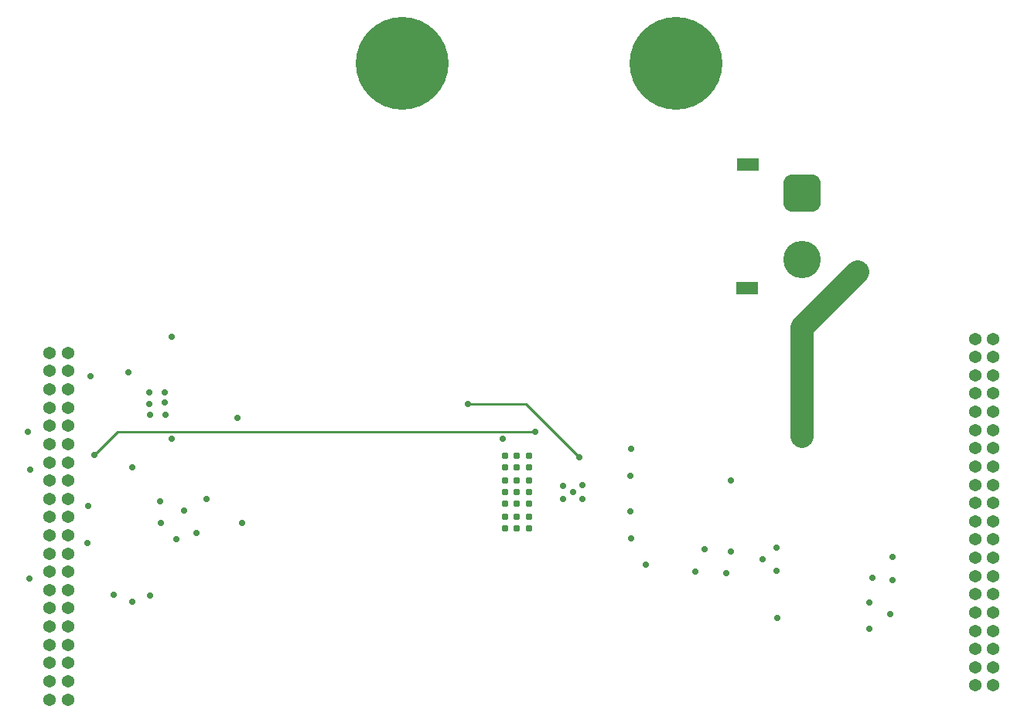
<source format=gbr>
%TF.GenerationSoftware,KiCad,Pcbnew,7.0.7*%
%TF.CreationDate,2024-02-25T13:36:01-08:00*%
%TF.ProjectId,Power-board,506f7765-722d-4626-9f61-72642e6b6963,rev?*%
%TF.SameCoordinates,Original*%
%TF.FileFunction,Copper,L4,Bot*%
%TF.FilePolarity,Positive*%
%FSLAX46Y46*%
G04 Gerber Fmt 4.6, Leading zero omitted, Abs format (unit mm)*
G04 Created by KiCad (PCBNEW 7.0.7) date 2024-02-25 13:36:01*
%MOMM*%
%LPD*%
G01*
G04 APERTURE LIST*
G04 Aperture macros list*
%AMRoundRect*
0 Rectangle with rounded corners*
0 $1 Rounding radius*
0 $2 $3 $4 $5 $6 $7 $8 $9 X,Y pos of 4 corners*
0 Add a 4 corners polygon primitive as box body*
4,1,4,$2,$3,$4,$5,$6,$7,$8,$9,$2,$3,0*
0 Add four circle primitives for the rounded corners*
1,1,$1+$1,$2,$3*
1,1,$1+$1,$4,$5*
1,1,$1+$1,$6,$7*
1,1,$1+$1,$8,$9*
0 Add four rect primitives between the rounded corners*
20,1,$1+$1,$2,$3,$4,$5,0*
20,1,$1+$1,$4,$5,$6,$7,0*
20,1,$1+$1,$6,$7,$8,$9,0*
20,1,$1+$1,$8,$9,$2,$3,0*%
G04 Aperture macros list end*
%TA.AperFunction,ComponentPad*%
%ADD10C,0.780000*%
%TD*%
%TA.AperFunction,ComponentPad*%
%ADD11C,1.371600*%
%TD*%
%TA.AperFunction,ComponentPad*%
%ADD12R,2.340000X1.330000*%
%TD*%
%TA.AperFunction,ComponentPad*%
%ADD13R,2.450000X1.380000*%
%TD*%
%TA.AperFunction,ComponentPad*%
%ADD14RoundRect,1.025000X1.025000X-1.025000X1.025000X1.025000X-1.025000X1.025000X-1.025000X-1.025000X0*%
%TD*%
%TA.AperFunction,ComponentPad*%
%ADD15C,4.100000*%
%TD*%
%TA.AperFunction,ComponentPad*%
%ADD16C,10.160000*%
%TD*%
%TA.AperFunction,ViaPad*%
%ADD17C,0.711200*%
%TD*%
%TA.AperFunction,Conductor*%
%ADD18C,0.254000*%
%TD*%
%TA.AperFunction,Conductor*%
%ADD19C,2.540000*%
%TD*%
G04 APERTURE END LIST*
D10*
%TO.P,U3,29,PAD*%
%TO.N,GND*%
X120615000Y-80795100D03*
X120615000Y-82095100D03*
X120615000Y-83495100D03*
X120615000Y-84795100D03*
X120615000Y-86095100D03*
X120615003Y-87495100D03*
X120615003Y-88795100D03*
X121915000Y-82095100D03*
X121915003Y-80795100D03*
X121915003Y-83495100D03*
X121915003Y-84795100D03*
X121915003Y-86095100D03*
X121915003Y-87495100D03*
X121915005Y-88795100D03*
X123215000Y-80795100D03*
X123215000Y-82095100D03*
X123215000Y-83495100D03*
X123215000Y-84795100D03*
X123215000Y-86095100D03*
X123215002Y-87495100D03*
X123215002Y-88795100D03*
%TD*%
D11*
%TO.P,J1,A1,Pin_1*%
%TO.N,+3.3V*%
X70780000Y-69536931D03*
%TO.P,J1,A2,Pin_2*%
X72780000Y-69536931D03*
%TO.P,J1,A3,Pin_3*%
%TO.N,GND*%
X70780000Y-71536931D03*
%TO.P,J1,A4,Pin_4*%
X72780000Y-71536931D03*
%TO.P,J1,A5,Pin_5*%
%TO.N,+5V*%
X70780000Y-73536931D03*
%TO.P,J1,A6,Pin_6*%
X72780000Y-73536931D03*
%TO.P,J1,A7,Pin_7*%
X70780000Y-75536931D03*
%TO.P,J1,A8,Pin_8*%
X72780000Y-75536931D03*
%TO.P,J1,A9,Pin_9*%
%TO.N,GND*%
X70780000Y-77536931D03*
%TO.P,J1,A10,Pin_10*%
X72780000Y-77536931D03*
%TO.P,J1,A11,Pin_11*%
%TO.N,LOX_VENT+*%
X70780000Y-79536931D03*
%TO.P,J1,A12,Pin_12*%
X72780000Y-79536931D03*
%TO.P,J1,A13,Pin_13*%
%TO.N,GND*%
X70780000Y-81536931D03*
%TO.P,J1,A14,Pin_14*%
X72780000Y-81536931D03*
%TO.P,J1,A15,Pin_15*%
%TO.N,ETH_VENT+*%
X70780000Y-83536931D03*
%TO.P,J1,A16,Pin_16*%
X72780000Y-83536931D03*
%TO.P,J1,A17,Pin_17*%
%TO.N,GND*%
X70780000Y-85536931D03*
%TO.P,J1,A18,Pin_18*%
X72780000Y-85536931D03*
%TO.P,J1,A19,Pin_19*%
%TO.N,ETH_MAIN+*%
X70780000Y-87536931D03*
%TO.P,J1,A20,Pin_20*%
X72780000Y-87536931D03*
%TO.P,J1,A21,Pin_21*%
%TO.N,GND*%
X70780000Y-89536931D03*
%TO.P,J1,A22,Pin_22*%
X72780000Y-89536931D03*
%TO.P,J1,A23,Pin_23*%
%TO.N,PYRO_EX+*%
X70780000Y-91536931D03*
%TO.P,J1,A24,Pin_24*%
X72780000Y-91536931D03*
%TO.P,J1,A25,Pin_25*%
%TO.N,GND*%
X70780000Y-93536931D03*
%TO.P,J1,A26,Pin_26*%
X72780000Y-93536931D03*
%TO.P,J1,A27,Pin_27*%
%TO.N,unconnected-(J1A-Pin_27-PadA27)*%
X70780000Y-95536931D03*
%TO.P,J1,A28,Pin_28*%
%TO.N,unconnected-(J1A-Pin_28-PadA28)*%
X72780000Y-95536931D03*
%TO.P,J1,A29,Pin_29*%
%TO.N,unconnected-(J1A-Pin_29-PadA29)*%
X70780000Y-97536931D03*
%TO.P,J1,A30,Pin_30*%
%TO.N,unconnected-(J1A-Pin_30-PadA30)*%
X72780000Y-97536931D03*
%TO.P,J1,A31,Pin_31*%
%TO.N,unconnected-(J1A-Pin_31-PadA31)*%
X70780000Y-99536931D03*
%TO.P,J1,A32,Pin_32*%
%TO.N,unconnected-(J1A-Pin_32-PadA32)*%
X72780000Y-99536931D03*
%TO.P,J1,A33,Pin_33*%
%TO.N,unconnected-(J1A-Pin_33-PadA33)*%
X70780000Y-101536831D03*
%TO.P,J1,A34,Pin_34*%
%TO.N,unconnected-(J1A-Pin_34-PadA34)*%
X72780000Y-101536831D03*
%TO.P,J1,A35,Pin_35*%
%TO.N,PWR_SUP*%
X70780000Y-103536831D03*
%TO.P,J1,A36,Pin_36*%
X72780000Y-103536831D03*
%TO.P,J1,A37,Pin_37*%
X70780000Y-105536831D03*
%TO.P,J1,A38,Pin_38*%
X72780000Y-105536831D03*
%TO.P,J1,A39,Pin_39*%
X70780000Y-107536831D03*
%TO.P,J1,A40,Pin_40*%
X72780000Y-107536831D03*
%TO.P,J1,B1,Pin_1*%
%TO.N,unconnected-(J1B-Pin_1-PadB1)*%
X172050000Y-68000100D03*
%TO.P,J1,B2,Pin_2*%
%TO.N,unconnected-(J1B-Pin_2-PadB2)*%
X174050000Y-68000100D03*
%TO.P,J1,B3,Pin_3*%
%TO.N,unconnected-(J1B-Pin_3-PadB3)*%
X172050000Y-70000100D03*
%TO.P,J1,B4,Pin_4*%
%TO.N,unconnected-(J1B-Pin_4-PadB4)*%
X174050000Y-70000100D03*
%TO.P,J1,B5,Pin_5*%
%TO.N,GND*%
X172050000Y-72000100D03*
%TO.P,J1,B6,Pin_6*%
%TO.N,unconnected-(J1B-Pin_6-PadB6)*%
X174050000Y-72000100D03*
%TO.P,J1,B7,Pin_7*%
%TO.N,PYRO1EN*%
X172050000Y-74000100D03*
%TO.P,J1,B8,Pin_8*%
%TO.N,GND*%
X174050000Y-74000100D03*
%TO.P,J1,B9,Pin_9*%
X172050000Y-76000000D03*
%TO.P,J1,B10,Pin_10*%
%TO.N,unconnected-(J1B-Pin_10-PadB10)*%
X174050000Y-76000000D03*
%TO.P,J1,B11,Pin_11*%
%TO.N,unconnected-(J1B-Pin_11-PadB11)*%
X172050000Y-78000000D03*
%TO.P,J1,B12,Pin_12*%
%TO.N,unconnected-(J1B-Pin_12-PadB12)*%
X174050000Y-78000000D03*
%TO.P,J1,B13,Pin_13*%
%TO.N,unconnected-(J1B-Pin_13-PadB13)*%
X172050000Y-80000000D03*
%TO.P,J1,B14,Pin_14*%
%TO.N,unconnected-(J1B-Pin_14-PadB14)*%
X174050000Y-80000000D03*
%TO.P,J1,B15,Pin_15*%
%TO.N,unconnected-(J1B-Pin_15-PadB15)*%
X172050000Y-82000000D03*
%TO.P,J1,B16,Pin_16*%
%TO.N,unconnected-(J1B-Pin_16-PadB16)*%
X174050000Y-82000000D03*
%TO.P,J1,B17,Pin_17*%
%TO.N,GND*%
X172050000Y-84000000D03*
%TO.P,J1,B18,Pin_18*%
X174050000Y-84000000D03*
%TO.P,J1,B19,Pin_19*%
%TO.N,unconnected-(J1B-Pin_19-PadB19)*%
X172050000Y-86000000D03*
%TO.P,J1,B20,Pin_20*%
%TO.N,PYRO2EN*%
X174050000Y-86000000D03*
%TO.P,J1,B21,Pin_21*%
%TO.N,unconnected-(J1B-Pin_21-PadB21)*%
X172050000Y-88000000D03*
%TO.P,J1,B22,Pin_22*%
%TO.N,PYRO3EN*%
X174050000Y-88000000D03*
%TO.P,J1,B23,Pin_23*%
%TO.N,unconnected-(J1B-Pin_23-PadB23)*%
X172050000Y-90000000D03*
%TO.P,J1,B24,Pin_24*%
%TO.N,PYRO4EN*%
X174050000Y-90000000D03*
%TO.P,J1,B25,Pin_25*%
%TO.N,GND*%
X172050000Y-92000000D03*
%TO.P,J1,B26,Pin_26*%
X174050000Y-92000000D03*
%TO.P,J1,B27,Pin_27*%
%TO.N,unconnected-(J1B-Pin_27-PadB27)*%
X172050000Y-94000000D03*
%TO.P,J1,B28,Pin_28*%
%TO.N,unconnected-(J1B-Pin_28-PadB28)*%
X174050000Y-94000000D03*
%TO.P,J1,B29,Pin_29*%
%TO.N,unconnected-(J1B-Pin_29-PadB29)*%
X172050000Y-96000000D03*
%TO.P,J1,B30,Pin_30*%
%TO.N,unconnected-(J1B-Pin_30-PadB30)*%
X174050000Y-96000000D03*
%TO.P,J1,B31,Pin_31*%
%TO.N,unconnected-(J1B-Pin_31-PadB31)*%
X172050000Y-98000000D03*
%TO.P,J1,B32,Pin_32*%
%TO.N,unconnected-(J1B-Pin_32-PadB32)*%
X174050000Y-98000000D03*
%TO.P,J1,B33,Pin_33*%
%TO.N,GND*%
X172050000Y-100000000D03*
%TO.P,J1,B34,Pin_34*%
X174050000Y-100000000D03*
%TO.P,J1,B35,Pin_35*%
%TO.N,unconnected-(J1B-Pin_35-PadB35)*%
X172050000Y-102000000D03*
%TO.P,J1,B36,Pin_36*%
%TO.N,unconnected-(J1B-Pin_36-PadB36)*%
X174050000Y-102000000D03*
%TO.P,J1,B37,Pin_37*%
%TO.N,unconnected-(J1B-Pin_37-PadB37)*%
X172050000Y-104000000D03*
%TO.P,J1,B38,Pin_38*%
%TO.N,unconnected-(J1B-Pin_38-PadB38)*%
X174050000Y-104000000D03*
%TO.P,J1,B39,Pin_39*%
%TO.N,unconnected-(J1B-Pin_39-PadB39)*%
X172050000Y-106000000D03*
%TO.P,J1,B40,Pin_40*%
%TO.N,unconnected-(J1B-Pin_40-PadB40)*%
X174050000Y-106000000D03*
%TD*%
D12*
%TO.P,J8,*%
%TO.N,*%
X147152000Y-62415000D03*
D13*
X147157000Y-48910000D03*
D14*
%TO.P,J8,1,1*%
%TO.N,GND*%
X153162000Y-52070000D03*
D15*
%TO.P,J8,2,2*%
%TO.N,/BAT1_+_pre*%
X153162000Y-59270000D03*
%TD*%
D16*
%TO.P,J5,1,Pin_1*%
%TO.N,/BAT1_+_pre*%
X139350000Y-37782000D03*
%TO.P,J5,2,Pin_2*%
%TO.N,GND*%
X109380000Y-37782000D03*
%TD*%
D17*
%TO.N,GND*%
X91850000Y-88200000D03*
X134300000Y-86950000D03*
X74900000Y-90350000D03*
X75000000Y-86300000D03*
X79400000Y-71650000D03*
X84100000Y-67800000D03*
X91300000Y-76700000D03*
X75250000Y-72100000D03*
X68600000Y-82300000D03*
X68350000Y-78200000D03*
X134450000Y-80050000D03*
X134450000Y-89900000D03*
X134350000Y-83000000D03*
X79800000Y-82050000D03*
X68575000Y-94275000D03*
X136050000Y-92750000D03*
X120400000Y-78914600D03*
X84100000Y-78914600D03*
X150400000Y-98600000D03*
X145350000Y-83500000D03*
%TO.N,V_ALL+*%
X87950000Y-85550000D03*
X128050000Y-84800000D03*
X83450000Y-76300000D03*
X160520000Y-99768000D03*
X144800000Y-93650000D03*
X150368000Y-93472000D03*
X145350000Y-91300000D03*
X150368000Y-90932000D03*
X77750000Y-96050000D03*
X81700000Y-73900000D03*
X163068000Y-94488000D03*
X127000000Y-84100000D03*
X79790000Y-96860000D03*
X160502000Y-96934000D03*
X160800000Y-94200000D03*
X81700000Y-75150000D03*
X81750000Y-76300000D03*
X82900000Y-88150000D03*
X141400000Y-93550000D03*
X142450000Y-91100000D03*
X86800000Y-89300000D03*
X148844000Y-92202000D03*
X163068000Y-91948000D03*
X129050000Y-84000000D03*
X83400000Y-75000000D03*
X81750000Y-96150000D03*
X129100000Y-85550000D03*
X83350000Y-73850000D03*
X127000000Y-85600000D03*
X82850000Y-85850000D03*
X162788000Y-98204000D03*
X84650000Y-90000000D03*
X85450000Y-86850000D03*
%TO.N,LOX_VENT+*%
X75692000Y-80772000D03*
X123952000Y-78232000D03*
%TO.N,/BAT1_+_pre*%
X159258000Y-60706000D03*
X153162000Y-78740000D03*
%TO.N,ETH_VENT+*%
X116586000Y-75184000D03*
X128778000Y-81026000D03*
%TD*%
D18*
%TO.N,LOX_VENT+*%
X78232000Y-78232000D02*
X75692000Y-80772000D01*
X123952000Y-78232000D02*
X78232000Y-78232000D01*
D19*
%TO.N,/BAT1_+_pre*%
X159258000Y-60706000D02*
X153162000Y-66802000D01*
X153162000Y-66802000D02*
X153162000Y-78740000D01*
D18*
%TO.N,ETH_VENT+*%
X122936000Y-75184000D02*
X128778000Y-81026000D01*
X116586000Y-75184000D02*
X122936000Y-75184000D01*
%TD*%
M02*

</source>
